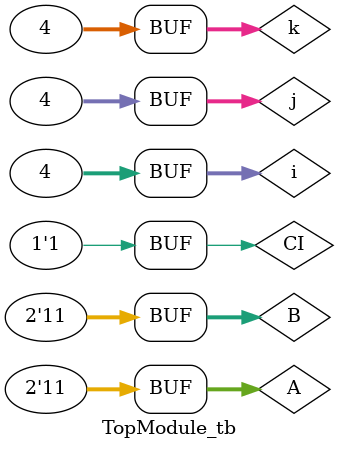
<source format=v>
`timescale 1ns / 1ps


module TopModule_tb;
wire [6:0]seg;
reg[1:0] A, B;
reg CI;

TopModule uut (.A(A),.B(B),.CI(CI), .seg(seg));

integer i,j,k;

initial begin 
 for (i = 0; i<4; i=i+1)
 begin
 
   #10 A=i;
   for(j = 0; j<4; j=j+1)
   begin
        #10 B=j;
        for(k=0; k<4; k=k+1)
        begin
            CI=k;
        end
   end
 end

    
    end

endmodule

</source>
